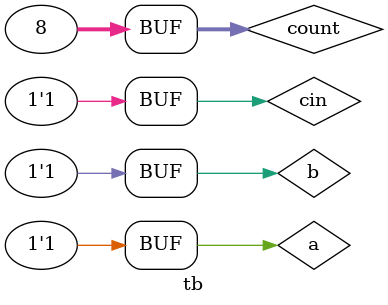
<source format=v>
module halfsubtractor(output d,b,input a,e);
xor XOR1(d,a,e);
not NOT1(c,a);
and AND(b,c,e);
endmodule

module fullsubtractor(output d,bout,input a,b,cin);
halfsubtractor h1(a1,b1,a,b);
halfsubtractor h2(d,c,a1,cin);
or OR1(bout,c,b1);
endmodule

module tb;
reg a,b,cin;
wire d,bout;
fullsubtractor f1(d,bout,a,b,cin);
integer count;
initial begin
for(count=0;count<8;count=count+1)
begin
{a,b,cin}=count;
#20;
end
end
endmodule


</source>
